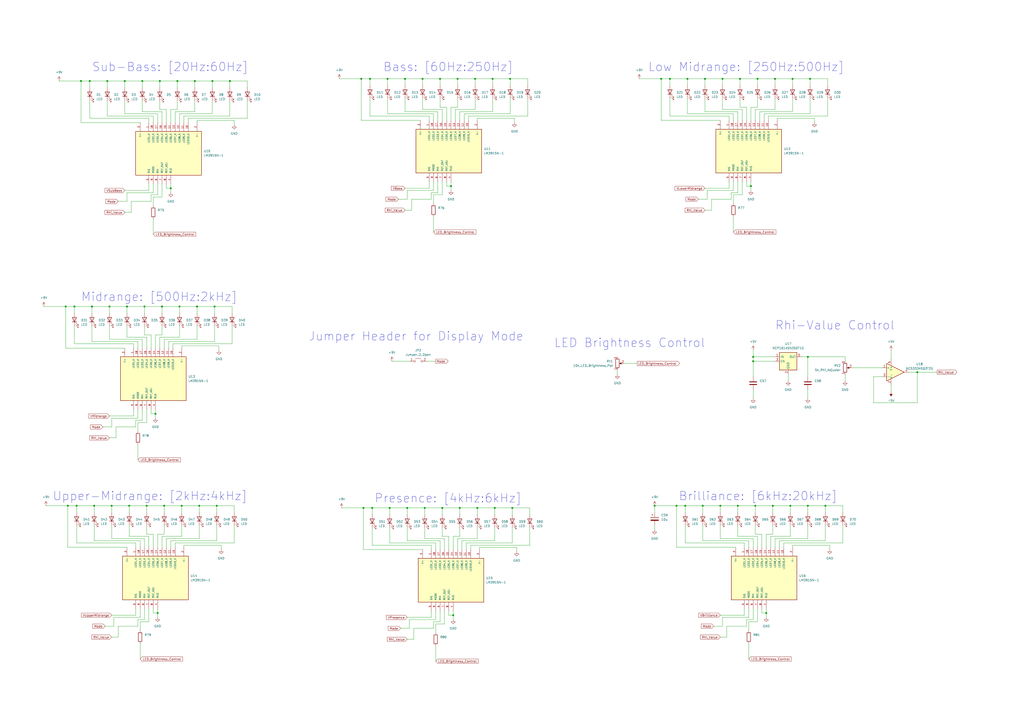
<source format=kicad_sch>
(kicad_sch (version 20211123) (generator eeschema)
  (paper "A2")
  (junction (at 124.46 177.8))
  (junction (at 407.67 293.37))
  (junction (at 469.9 45.72))
  (junction (at 245.11 45.72))
  (junction (at 459.74 45.72))
  (junction (at 419.1 45.72))
  (junction (at 64.77 293.37))
  (junction (at 436.88 209.55))
  (junction (at 448.31 293.37))
  (junction (at 72.39 46.99))
  (junction (at 95.25 293.37))
  (junction (at 295.91 45.72))
  (junction (at 436.88 207.01))
  (junction (at 74.93 293.37))
  (junction (at 297.18 294.64))
  (junction (at 444.5 355.6))
  (junction (at 52.07 46.99))
  (junction (at 215.9 294.64))
  (junction (at 46.99 46.99))
  (junction (at 427.99 293.37))
  (junction (at 234.95 45.72))
  (junction (at 265.43 45.72))
  (junction (at 398.78 45.72))
  (junction (at 438.15 293.37))
  (junction (at 468.63 293.37))
  (junction (at 226.06 294.64))
  (junction (at 209.55 45.72))
  (junction (at 439.42 45.72))
  (junction (at 85.09 293.37))
  (junction (at 388.62 45.72))
  (junction (at 276.86 294.64))
  (junction (at 417.83 293.37))
  (junction (at 83.82 177.8))
  (junction (at 449.58 45.72))
  (junction (at 246.38 294.64))
  (junction (at 43.18 177.8))
  (junction (at 383.54 45.72))
  (junction (at 44.45 293.37))
  (junction (at 379.73 293.37))
  (junction (at 73.66 177.8))
  (junction (at 255.27 45.72))
  (junction (at 92.71 46.99))
  (junction (at 224.79 45.72))
  (junction (at 53.34 177.8))
  (junction (at 63.5 177.8))
  (junction (at 275.59 45.72))
  (junction (at 91.44 355.6))
  (junction (at 266.7 294.64))
  (junction (at 133.35 46.99))
  (junction (at 82.55 46.99))
  (junction (at 408.94 45.72))
  (junction (at 54.61 293.37))
  (junction (at 392.43 293.37))
  (junction (at 210.82 294.64))
  (junction (at 102.87 46.99))
  (junction (at 113.03 46.99))
  (junction (at 458.47 293.37))
  (junction (at 114.3 177.8))
  (junction (at 104.14 177.8))
  (junction (at 285.75 45.72))
  (junction (at 125.73 293.37))
  (junction (at 115.57 293.37))
  (junction (at 287.02 294.64))
  (junction (at 468.63 207.01))
  (junction (at 261.62 107.95))
  (junction (at 90.17 240.03))
  (junction (at 429.26 45.72))
  (junction (at 435.61 107.95))
  (junction (at 478.79 293.37))
  (junction (at 262.89 356.87))
  (junction (at 105.41 293.37))
  (junction (at 532.13 215.9))
  (junction (at 256.54 294.64))
  (junction (at 397.51 293.37))
  (junction (at 62.23 46.99))
  (junction (at 93.98 177.8))
  (junction (at 123.19 46.99))
  (junction (at 214.63 45.72))
  (junction (at 236.22 294.64))
  (junction (at 99.06 109.22))
  (junction (at 38.1 177.8))
  (junction (at 39.37 293.37))
  (wire (pts (xy 468.63 293.37) (xy 468.63 297.18)))
  (wire (pts (xy 248.92 105.41) (xy 248.92 109.22)))
  (wire (pts (xy 408.94 64.77) (xy 427.99 64.77)))
  (wire (pts (xy 256.54 311.15) (xy 260.35 311.15)))
  (wire (pts (xy 215.9 316.23) (xy 250.19 316.23)))
  (wire (pts (xy 99.06 313.69) (xy 99.06 317.5)))
  (wire (pts (xy 438.15 309.88) (xy 441.96 309.88)))
  (wire (pts (xy 285.75 45.72) (xy 285.75 49.53)))
  (wire (pts (xy 276.86 312.42) (xy 265.43 312.42)))
  (wire (pts (xy 254 105.41) (xy 254 111.76)))
  (wire (pts (xy 285.75 64.77) (xy 266.7 64.77)))
  (wire (pts (xy 265.43 62.23) (xy 261.62 62.23)))
  (wire (pts (xy 135.89 304.8) (xy 135.89 314.96)))
  (wire (pts (xy 449.58 57.15) (xy 449.58 63.5)))
  (wire (pts (xy 417.83 69.85) (xy 383.54 69.85)))
  (wire (pts (xy 72.39 66.04) (xy 91.44 66.04)))
  (wire (pts (xy 80.01 363.22) (xy 68.58 363.22)))
  (wire (pts (xy 74.93 293.37) (xy 85.09 293.37)))
  (wire (pts (xy 243.84 69.85) (xy 209.55 69.85)))
  (wire (pts (xy 104.14 195.58) (xy 92.71 195.58)))
  (wire (pts (xy 63.5 189.23) (xy 63.5 196.85)))
  (wire (pts (xy 444.5 355.6) (xy 444.5 358.14)))
  (wire (pts (xy 383.54 45.72) (xy 388.62 45.72)))
  (wire (pts (xy 43.18 177.8) (xy 53.34 177.8)))
  (wire (pts (xy 257.81 354.33) (xy 257.81 361.95)))
  (wire (pts (xy 506.73 233.68) (xy 506.73 218.44)))
  (wire (pts (xy 78.74 247.65) (xy 78.74 243.84)))
  (wire (pts (xy 516.89 223.52) (xy 516.89 227.33)))
  (wire (pts (xy 81.28 313.69) (xy 81.28 317.5)))
  (wire (pts (xy 276.86 68.58) (xy 298.45 68.58)))
  (wire (pts (xy 450.85 69.85) (xy 450.85 68.58)))
  (wire (pts (xy 105.41 304.8) (xy 105.41 311.15)))
  (wire (pts (xy 255.27 313.69) (xy 255.27 318.77)))
  (wire (pts (xy 388.62 57.15) (xy 388.62 67.31)))
  (wire (pts (xy 262.89 311.15) (xy 262.89 318.77)))
  (wire (pts (xy 80.01 359.41) (xy 83.82 359.41)))
  (wire (pts (xy 441.96 355.6) (xy 444.5 355.6)))
  (wire (pts (xy 488.95 314.96) (xy 454.66 314.96)))
  (wire (pts (xy 478.79 304.8) (xy 478.79 313.69)))
  (wire (pts (xy 439.42 57.15) (xy 439.42 62.23)))
  (wire (pts (xy 252.73 361.95) (xy 252.73 367.03)))
  (wire (pts (xy 468.63 304.8) (xy 468.63 312.42)))
  (wire (pts (xy 448.31 293.37) (xy 458.47 293.37)))
  (wire (pts (xy 90.17 194.31) (xy 90.17 201.93)))
  (wire (pts (xy 452.12 313.69) (xy 452.12 317.5)))
  (wire (pts (xy 275.59 45.72) (xy 285.75 45.72)))
  (wire (pts (xy 104.14 189.23) (xy 104.14 195.58)))
  (wire (pts (xy 449.58 207.01) (xy 436.88 207.01)))
  (wire (pts (xy 434.34 353.06) (xy 434.34 358.14)))
  (wire (pts (xy 64.77 304.8) (xy 64.77 312.42)))
  (wire (pts (xy 434.34 360.68) (xy 434.34 365.76)))
  (wire (pts (xy 275.59 57.15) (xy 275.59 63.5)))
  (wire (pts (xy 532.13 215.9) (xy 543.56 215.9)))
  (wire (pts (xy 287.02 294.64) (xy 297.18 294.64)))
  (wire (pts (xy 458.47 311.15) (xy 447.04 311.15)))
  (wire (pts (xy 436.88 353.06) (xy 436.88 359.41)))
  (wire (pts (xy 425.45 125.73) (xy 425.45 134.62)))
  (wire (pts (xy 299.72 317.5) (xy 299.72 320.04)))
  (wire (pts (xy 488.95 293.37) (xy 488.95 297.18)))
  (wire (pts (xy 91.44 106.68) (xy 91.44 113.03)))
  (wire (pts (xy 240.03 364.49) (xy 240.03 370.84)))
  (wire (pts (xy 53.34 198.12) (xy 80.01 198.12)))
  (wire (pts (xy 62.23 46.99) (xy 62.23 50.8)))
  (wire (pts (xy 128.27 316.23) (xy 128.27 318.77)))
  (wire (pts (xy 115.57 304.8) (xy 115.57 312.42)))
  (wire (pts (xy 532.13 215.9) (xy 532.13 233.68)))
  (wire (pts (xy 424.18 111.76) (xy 427.99 111.76)))
  (wire (pts (xy 86.36 311.15) (xy 86.36 317.5)))
  (wire (pts (xy 81.28 353.06) (xy 81.28 358.14)))
  (wire (pts (xy 469.9 45.72) (xy 469.9 49.53)))
  (wire (pts (xy 407.67 313.69) (xy 434.34 313.69)))
  (wire (pts (xy 276.86 294.64) (xy 276.86 298.45)))
  (wire (pts (xy 77.47 237.49) (xy 77.47 241.3)))
  (wire (pts (xy 214.63 57.15) (xy 214.63 67.31)))
  (wire (pts (xy 478.79 293.37) (xy 488.95 293.37)))
  (wire (pts (xy 435.61 62.23) (xy 435.61 69.85)))
  (wire (pts (xy 123.19 46.99) (xy 133.35 46.99)))
  (wire (pts (xy 123.19 46.99) (xy 123.19 50.8)))
  (wire (pts (xy 295.91 45.72) (xy 295.91 49.53)))
  (wire (pts (xy 78.74 353.06) (xy 78.74 356.87)))
  (wire (pts (xy 419.1 63.5) (xy 430.53 63.5)))
  (wire (pts (xy 95.25 293.37) (xy 95.25 297.18)))
  (wire (pts (xy 102.87 63.5) (xy 99.06 63.5)))
  (wire (pts (xy 82.55 64.77) (xy 93.98 64.77)))
  (wire (pts (xy 434.34 313.69) (xy 434.34 317.5)))
  (wire (pts (xy 82.55 237.49) (xy 82.55 243.84)))
  (wire (pts (xy 419.1 45.72) (xy 419.1 49.53)))
  (wire (pts (xy 434.34 373.38) (xy 434.34 382.27)))
  (wire (pts (xy 66.04 358.14) (xy 81.28 358.14)))
  (wire (pts (xy 93.98 64.77) (xy 93.98 71.12)))
  (wire (pts (xy 457.2 217.17) (xy 457.2 220.98)))
  (wire (pts (xy 73.66 116.84) (xy 73.66 111.76)))
  (wire (pts (xy 214.63 45.72) (xy 224.79 45.72)))
  (wire (pts (xy 114.3 177.8) (xy 114.3 181.61)))
  (wire (pts (xy 408.94 45.72) (xy 419.1 45.72)))
  (wire (pts (xy 297.18 306.07) (xy 297.18 314.96)))
  (wire (pts (xy 124.46 177.8) (xy 134.62 177.8)))
  (wire (pts (xy 44.45 293.37) (xy 54.61 293.37)))
  (wire (pts (xy 275.59 63.5) (xy 264.16 63.5)))
  (wire (pts (xy 379.73 293.37) (xy 379.73 297.18)))
  (wire (pts (xy 449.58 45.72) (xy 459.74 45.72)))
  (wire (pts (xy 62.23 58.42) (xy 62.23 67.31)))
  (wire (pts (xy 226.06 314.96) (xy 252.73 314.96)))
  (wire (pts (xy 73.66 177.8) (xy 83.82 177.8)))
  (wire (pts (xy 433.07 62.23) (xy 433.07 69.85)))
  (wire (pts (xy 52.07 46.99) (xy 52.07 50.8)))
  (wire (pts (xy 261.62 105.41) (xy 261.62 107.95)))
  (wire (pts (xy 102.87 46.99) (xy 102.87 50.8)))
  (wire (pts (xy 236.22 294.64) (xy 246.38 294.64)))
  (wire (pts (xy 285.75 45.72) (xy 295.91 45.72)))
  (wire (pts (xy 83.82 177.8) (xy 93.98 177.8)))
  (wire (pts (xy 105.41 293.37) (xy 105.41 297.18)))
  (wire (pts (xy 454.66 314.96) (xy 454.66 317.5)))
  (wire (pts (xy 226.06 294.64) (xy 226.06 298.45)))
  (wire (pts (xy 424.18 115.57) (xy 424.18 111.76)))
  (wire (pts (xy 255.27 62.23) (xy 259.08 62.23)))
  (wire (pts (xy 73.66 317.5) (xy 39.37 317.5)))
  (wire (pts (xy 90.17 240.03) (xy 90.17 242.57)))
  (wire (pts (xy 251.46 364.49) (xy 251.46 360.68)))
  (wire (pts (xy 250.19 115.57) (xy 238.76 115.57)))
  (wire (pts (xy 425.45 66.04) (xy 425.45 69.85)))
  (wire (pts (xy 419.1 45.72) (xy 429.26 45.72)))
  (wire (pts (xy 431.8 353.06) (xy 431.8 356.87)))
  (wire (pts (xy 91.44 66.04) (xy 91.44 71.12)))
  (wire (pts (xy 97.79 198.12) (xy 97.79 201.93)))
  (wire (pts (xy 248.92 67.31) (xy 248.92 69.85)))
  (wire (pts (xy 252.73 314.96) (xy 252.73 318.77)))
  (wire (pts (xy 88.9 106.68) (xy 88.9 111.76)))
  (wire (pts (xy 124.46 177.8) (xy 124.46 181.61)))
  (wire (pts (xy 251.46 360.68) (xy 255.27 360.68)))
  (wire (pts (xy 433.07 105.41) (xy 433.07 107.95)))
  (wire (pts (xy 445.77 67.31) (xy 445.77 69.85)))
  (wire (pts (xy 430.53 105.41) (xy 430.53 113.03)))
  (wire (pts (xy 86.36 360.68) (xy 81.28 360.68)))
  (wire (pts (xy 236.22 115.57) (xy 236.22 110.49)))
  (wire (pts (xy 43.18 177.8) (xy 43.18 181.61)))
  (wire (pts (xy 427.99 293.37) (xy 438.15 293.37)))
  (wire (pts (xy 269.24 66.04) (xy 269.24 69.85)))
  (wire (pts (xy 441.96 309.88) (xy 441.96 317.5)))
  (wire (pts (xy 25.4 177.8) (xy 38.1 177.8)))
  (wire (pts (xy 458.47 293.37) (xy 468.63 293.37)))
  (wire (pts (xy 256.54 306.07) (xy 256.54 311.15)))
  (wire (pts (xy 254 64.77) (xy 254 69.85)))
  (wire (pts (xy 134.62 189.23) (xy 134.62 199.39)))
  (wire (pts (xy 67.31 247.65) (xy 67.31 254)))
  (wire (pts (xy 52.07 58.42) (xy 52.07 68.58)))
  (wire (pts (xy 256.54 63.5) (xy 256.54 69.85)))
  (wire (pts (xy 306.07 45.72) (xy 306.07 49.53)))
  (wire (pts (xy 114.3 71.12) (xy 114.3 69.85)))
  (wire (pts (xy 444.5 353.06) (xy 444.5 355.6)))
  (wire (pts (xy 104.14 177.8) (xy 114.3 177.8)))
  (wire (pts (xy 133.35 67.31) (xy 106.68 67.31)))
  (wire (pts (xy 81.28 71.12) (xy 46.99 71.12)))
  (wire (pts (xy 95.25 304.8) (xy 95.25 309.88)))
  (wire (pts (xy 245.11 45.72) (xy 255.27 45.72)))
  (wire (pts (xy 78.74 314.96) (xy 78.74 317.5)))
  (wire (pts (xy 73.66 189.23) (xy 73.66 195.58)))
  (wire (pts (xy 231.14 115.57) (xy 236.22 115.57)))
  (wire (pts (xy 433.07 363.22) (xy 421.64 363.22)))
  (wire (pts (xy 234.95 121.92) (xy 238.76 121.92)))
  (wire (pts (xy 99.06 106.68) (xy 99.06 109.22)))
  (wire (pts (xy 408.94 57.15) (xy 408.94 64.77)))
  (wire (pts (xy 85.09 309.88) (xy 88.9 309.88)))
  (wire (pts (xy 480.06 57.15) (xy 480.06 67.31)))
  (wire (pts (xy 86.36 68.58) (xy 86.36 71.12)))
  (wire (pts (xy 410.21 115.57) (xy 410.21 110.49)))
  (wire (pts (xy 214.63 67.31) (xy 248.92 67.31)))
  (wire (pts (xy 260.35 354.33) (xy 260.35 356.87)))
  (wire (pts (xy 447.04 311.15) (xy 447.04 317.5)))
  (wire (pts (xy 115.57 312.42) (xy 96.52 312.42)))
  (wire (pts (xy 250.19 316.23) (xy 250.19 318.77)))
  (wire (pts (xy 92.71 195.58) (xy 92.71 201.93)))
  (wire (pts (xy 39.37 293.37) (xy 44.45 293.37)))
  (wire (pts (xy 80.01 257.81) (xy 80.01 266.7)))
  (wire (pts (xy 127 200.66) (xy 127 203.2)))
  (wire (pts (xy 91.44 309.88) (xy 91.44 317.5)))
  (wire (pts (xy 72.39 46.99) (xy 72.39 50.8)))
  (wire (pts (xy 276.86 69.85) (xy 276.86 68.58)))
  (wire (pts (xy 72.39 201.93) (xy 38.1 201.93)))
  (wire (pts (xy 236.22 110.49) (xy 251.46 110.49)))
  (wire (pts (xy 72.39 110.49) (xy 86.36 110.49)))
  (wire (pts (xy 287.02 313.69) (xy 267.97 313.69)))
  (wire (pts (xy 370.84 45.72) (xy 383.54 45.72)))
  (wire (pts (xy 266.7 311.15) (xy 262.89 311.15)))
  (wire (pts (xy 80.01 363.22) (xy 80.01 359.41)))
  (wire (pts (xy 439.42 311.15) (xy 439.42 317.5)))
  (wire (pts (xy 256.54 105.41) (xy 256.54 113.03)))
  (wire (pts (xy 87.63 237.49) (xy 87.63 240.03)))
  (wire (pts (xy 88.9 309.88) (xy 88.9 317.5)))
  (wire (pts (xy 448.31 304.8) (xy 448.31 309.88)))
  (wire (pts (xy 81.28 373.38) (xy 81.28 382.27)))
  (wire (pts (xy 210.82 294.64) (xy 210.82 318.77)))
  (wire (pts (xy 265.43 312.42) (xy 265.43 318.77)))
  (wire (pts (xy 490.22 207.01) (xy 490.22 209.55)))
  (wire (pts (xy 262.89 356.87) (xy 262.89 359.41)))
  (wire (pts (xy 449.58 209.55) (xy 436.88 209.55)))
  (wire (pts (xy 388.62 67.31) (xy 422.91 67.31)))
  (wire (pts (xy 46.99 46.99) (xy 46.99 71.12)))
  (wire (pts (xy 80.01 237.49) (xy 80.01 242.57)))
  (wire (pts (xy 93.98 177.8) (xy 93.98 181.61)))
  (wire (pts (xy 105.41 201.93) (xy 105.41 200.66)))
  (wire (pts (xy 459.74 45.72) (xy 469.9 45.72)))
  (wire (pts (xy 73.66 195.58) (xy 85.09 195.58)))
  (wire (pts (xy 532.13 233.68) (xy 506.73 233.68)))
  (wire (pts (xy 54.61 304.8) (xy 54.61 313.69)))
  (wire (pts (xy 480.06 67.31) (xy 445.77 67.31)))
  (wire (pts (xy 436.88 209.55) (xy 436.88 207.01)))
  (wire (pts (xy 96.52 312.42) (xy 96.52 317.5)))
  (wire (pts (xy 113.03 58.42) (xy 113.03 64.77)))
  (wire (pts (xy 88.9 67.31) (xy 88.9 71.12)))
  (wire (pts (xy 273.05 316.23) (xy 273.05 318.77)))
  (wire (pts (xy 196.85 45.72) (xy 209.55 45.72)))
  (wire (pts (xy 448.31 293.37) (xy 448.31 297.18)))
  (wire (pts (xy 77.47 199.39) (xy 77.47 201.93)))
  (wire (pts (xy 82.55 58.42) (xy 82.55 64.77)))
  (wire (pts (xy 472.44 68.58) (xy 472.44 71.12)))
  (wire (pts (xy 86.36 353.06) (xy 86.36 360.68)))
  (wire (pts (xy 86.36 106.68) (xy 86.36 110.49)))
  (wire (pts (xy 135.89 293.37) (xy 135.89 297.18)))
  (wire (pts (xy 260.35 356.87) (xy 262.89 356.87)))
  (wire (pts (xy 407.67 304.8) (xy 407.67 313.69)))
  (wire (pts (xy 435.61 105.41) (xy 435.61 107.95)))
  (wire (pts (xy 74.93 304.8) (xy 74.93 311.15)))
  (wire (pts (xy 247.65 209.55) (xy 252.73 209.55)))
  (wire (pts (xy 468.63 293.37) (xy 478.79 293.37)))
  (wire (pts (xy 265.43 57.15) (xy 265.43 62.23)))
  (wire (pts (xy 429.26 45.72) (xy 439.42 45.72)))
  (wire (pts (xy 85.09 304.8) (xy 85.09 309.88)))
  (wire (pts (xy 96.52 109.22) (xy 99.06 109.22)))
  (wire (pts (xy 426.72 317.5) (xy 392.43 317.5)))
  (wire (pts (xy 408.94 45.72) (xy 408.94 49.53)))
  (wire (pts (xy 436.88 226.06) (xy 436.88 231.14)))
  (wire (pts (xy 209.55 45.72) (xy 214.63 45.72)))
  (wire (pts (xy 53.34 177.8) (xy 63.5 177.8)))
  (wire (pts (xy 458.47 304.8) (xy 458.47 311.15)))
  (wire (pts (xy 251.46 125.73) (xy 251.46 134.62)))
  (wire (pts (xy 427.99 311.15) (xy 439.42 311.15)))
  (wire (pts (xy 78.74 247.65) (xy 67.31 247.65)))
  (wire (pts (xy 417.83 293.37) (xy 427.99 293.37)))
  (wire (pts (xy 468.63 207.01) (xy 490.22 207.01)))
  (wire (pts (xy 62.23 67.31) (xy 88.9 67.31)))
  (wire (pts (xy 245.11 57.15) (xy 245.11 63.5)))
  (wire (pts (xy 237.49 364.49) (xy 237.49 359.41)))
  (wire (pts (xy 83.82 312.42) (xy 83.82 317.5)))
  (wire (pts (xy 287.02 306.07) (xy 287.02 313.69)))
  (wire (pts (xy 105.41 311.15) (xy 93.98 311.15)))
  (wire (pts (xy 238.76 115.57) (xy 238.76 121.92)))
  (wire (pts (xy 251.46 105.41) (xy 251.46 110.49)))
  (wire (pts (xy 54.61 293.37) (xy 64.77 293.37)))
  (wire (pts (xy 440.69 64.77) (xy 440.69 69.85)))
  (wire (pts (xy 125.73 293.37) (xy 135.89 293.37)))
  (wire (pts (xy 106.68 317.5) (xy 106.68 316.23)))
  (wire (pts (xy 54.61 293.37) (xy 54.61 297.18)))
  (wire (pts (xy 438.15 304.8) (xy 438.15 309.88)))
  (wire (pts (xy 92.71 63.5) (xy 96.52 63.5)))
  (wire (pts (xy 53.34 189.23) (xy 53.34 198.12)))
  (wire (pts (xy 265.43 45.72) (xy 265.43 49.53)))
  (wire (pts (xy 270.51 314.96) (xy 270.51 318.77)))
  (wire (pts (xy 114.3 196.85) (xy 95.25 196.85)))
  (wire (pts (xy 379.73 293.37) (xy 392.43 293.37)))
  (wire (pts (xy 234.95 109.22) (xy 248.92 109.22)))
  (wire (pts (xy 88.9 355.6) (xy 91.44 355.6)))
  (wire (pts (xy 469.9 45.72) (xy 480.06 45.72)))
  (wire (pts (xy 63.5 241.3) (xy 77.47 241.3)))
  (wire (pts (xy 113.03 46.99) (xy 113.03 50.8)))
  (wire (pts (xy 444.5 309.88) (xy 444.5 317.5)))
  (wire (pts (xy 215.9 294.64) (xy 215.9 298.45)))
  (wire (pts (xy 443.23 66.04) (xy 443.23 69.85)))
  (wire (pts (xy 93.98 194.31) (xy 90.17 194.31)))
  (wire (pts (xy 237.49 359.41) (xy 252.73 359.41)))
  (wire (pts (xy 295.91 57.15) (xy 295.91 66.04)))
  (wire (pts (xy 267.97 313.69) (xy 267.97 318.77)))
  (wire (pts (xy 427.99 304.8) (xy 427.99 311.15)))
  (wire (pts (xy 250.19 115.57) (xy 250.19 111.76)))
  (wire (pts (xy 78.74 243.84) (xy 82.55 243.84)))
  (wire (pts (xy 234.95 64.77) (xy 254 64.77)))
  (wire (pts (xy 227.33 209.55) (xy 237.49 209.55)))
  (wire (pts (xy 419.1 358.14) (xy 434.34 358.14)))
  (wire (pts (xy 439.42 360.68) (xy 434.34 360.68)))
  (wire (pts (xy 306.07 67.31) (xy 271.78 67.31)))
  (wire (pts (xy 255.27 45.72) (xy 265.43 45.72)))
  (wire (pts (xy 236.22 370.84) (xy 240.03 370.84)))
  (wire (pts (xy 114.3 189.23) (xy 114.3 196.85)))
  (wire (pts (xy 439.42 353.06) (xy 439.42 360.68)))
  (wire (pts (xy 379.73 304.8) (xy 379.73 307.34)))
  (wire (pts (xy 441.96 353.06) (xy 441.96 355.6)))
  (wire (pts (xy 266.7 294.64) (xy 266.7 298.45)))
  (wire (pts (xy 95.25 293.37) (xy 105.41 293.37)))
  (wire (pts (xy 99.06 63.5) (xy 99.06 71.12)))
  (wire (pts (xy 295.91 66.04) (xy 269.24 66.04)))
  (wire (pts (xy 125.73 293.37) (xy 125.73 297.18)))
  (wire (pts (xy 85.09 293.37) (xy 85.09 297.18)))
  (wire (pts (xy 91.44 353.06) (xy 91.44 355.6)))
  (wire (pts (xy 44.45 293.37) (xy 44.45 297.18)))
  (wire (pts (xy 397.51 293.37) (xy 397.51 297.18)))
  (wire (pts (xy 436.88 209.55) (xy 436.88 218.44)))
  (wire (pts (xy 433.07 363.22) (xy 433.07 359.41)))
  (wire (pts (xy 234.95 45.72) (xy 245.11 45.72)))
  (wire (pts (xy 73.66 177.8) (xy 73.66 181.61)))
  (wire (pts (xy 459.74 45.72) (xy 459.74 49.53)))
  (wire (pts (xy 435.61 107.95) (xy 435.61 110.49)))
  (wire (pts (xy 82.55 196.85) (xy 82.55 201.93)))
  (wire (pts (xy 113.03 46.99) (xy 123.19 46.99)))
  (wire (pts (xy 135.89 314.96) (xy 101.6 314.96)))
  (wire (pts (xy 224.79 45.72) (xy 234.95 45.72)))
  (wire (pts (xy 143.51 58.42) (xy 143.51 68.58)))
  (wire (pts (xy 306.07 57.15) (xy 306.07 67.31)))
  (wire (pts (xy 26.67 293.37) (xy 39.37 293.37)))
  (wire (pts (xy 398.78 45.72) (xy 398.78 49.53)))
  (wire (pts (xy 52.07 68.58) (xy 86.36 68.58)))
  (wire (pts (xy 236.22 294.64) (xy 236.22 298.45)))
  (wire (pts (xy 64.77 293.37) (xy 64.77 297.18)))
  (wire (pts (xy 95.25 309.88) (xy 91.44 309.88)))
  (wire (pts (xy 143.51 46.99) (xy 143.51 50.8)))
  (wire (pts (xy 96.52 106.68) (xy 96.52 109.22)))
  (wire (pts (xy 481.33 316.23) (xy 481.33 318.77)))
  (wire (pts (xy 410.21 110.49) (xy 425.45 110.49)))
  (wire (pts (xy 287.02 294.64) (xy 287.02 298.45)))
  (wire (pts (xy 297.18 294.64) (xy 307.34 294.64)))
  (wire (pts (xy 90.17 237.49) (xy 90.17 240.03)))
  (wire (pts (xy 419.1 57.15) (xy 419.1 63.5)))
  (wire (pts (xy 431.8 314.96) (xy 431.8 317.5)))
  (wire (pts (xy 53.34 177.8) (xy 53.34 181.61)))
  (wire (pts (xy 133.35 58.42) (xy 133.35 67.31)))
  (wire (pts (xy 43.18 199.39) (xy 77.47 199.39)))
  (wire (pts (xy 245.11 45.72) (xy 245.11 49.53)))
  (wire (pts (xy 66.04 363.22) (xy 66.04 358.14)))
  (wire (pts (xy 63.5 254) (xy 67.31 254)))
  (wire (pts (xy 104.14 66.04) (xy 104.14 71.12)))
  (wire (pts (xy 429.26 62.23) (xy 433.07 62.23)))
  (wire (pts (xy 252.73 354.33) (xy 252.73 359.41)))
  (wire (pts (xy 478.79 313.69) (xy 452.12 313.69)))
  (wire (pts (xy 125.73 313.69) (xy 99.06 313.69)))
  (wire (pts (xy 109.22 68.58) (xy 109.22 71.12)))
  (wire (pts (xy 449.58 312.42) (xy 449.58 317.5)))
  (wire (pts (xy 459.74 57.15) (xy 459.74 64.77)))
  (wire (pts (xy 73.66 111.76) (xy 88.9 111.76)))
  (wire (pts (xy 417.83 369.57) (xy 421.64 369.57)))
  (wire (pts (xy 464.82 207.01) (xy 468.63 207.01)))
  (wire (pts (xy 82.55 46.99) (xy 92.71 46.99)))
  (wire (pts (xy 83.82 177.8) (xy 83.82 181.61)))
  (wire (pts (xy 408.94 109.22) (xy 422.91 109.22)))
  (wire (pts (xy 134.62 177.8) (xy 134.62 181.61)))
  (wire (pts (xy 298.45 68.58) (xy 298.45 71.12)))
  (wire (pts (xy 81.28 360.68) (xy 81.28 365.76)))
  (wire (pts (xy 278.13 318.77) (xy 278.13 317.5)))
  (wire (pts (xy 88.9 114.3) (xy 88.9 119.38)))
  (wire (pts (xy 44.45 314.96) (xy 78.74 314.96)))
  (wire (pts (xy 266.7 64.77) (xy 266.7 69.85)))
  (wire (pts (xy 113.03 64.77) (xy 101.6 64.77)))
  (wire (pts (xy 85.09 195.58) (xy 85.09 201.93)))
  (wire (pts (xy 261.62 107.95) (xy 261.62 110.49)))
  (wire (pts (xy 114.3 69.85) (xy 135.89 69.85)))
  (wire (pts (xy 271.78 67.31) (xy 271.78 69.85)))
  (wire (pts (xy 215.9 294.64) (xy 226.06 294.64)))
  (wire (pts (xy 64.77 369.57) (xy 68.58 369.57)))
  (wire (pts (xy 72.39 46.99) (xy 82.55 46.99)))
  (wire (pts (xy 87.63 116.84) (xy 87.63 113.03)))
  (wire (pts (xy 417.83 356.87) (xy 431.8 356.87)))
  (wire (pts (xy 427.99 64.77) (xy 427.99 69.85)))
  (wire (pts (xy 251.46 66.04) (xy 251.46 69.85)))
  (wire (pts (xy 422.91 105.41) (xy 422.91 109.22)))
  (wire (pts (xy 468.63 312.42) (xy 449.58 312.42)))
  (wire (pts (xy 102.87 58.42) (xy 102.87 63.5)))
  (wire (pts (xy 307.34 316.23) (xy 273.05 316.23)))
  (wire (pts (xy 424.18 115.57) (xy 412.75 115.57)))
  (wire (pts (xy 408.94 121.92) (xy 412.75 121.92)))
  (wire (pts (xy 397.51 304.8) (xy 397.51 314.96)))
  (wire (pts (xy 469.9 66.04) (xy 443.23 66.04)))
  (wire (pts (xy 95.25 196.85) (xy 95.25 201.93)))
  (wire (pts (xy 101.6 64.77) (xy 101.6 71.12)))
  (wire (pts (xy 265.43 45.72) (xy 275.59 45.72)))
  (wire (pts (xy 72.39 123.19) (xy 76.2 123.19)))
  (wire (pts (xy 87.63 240.03) (xy 90.17 240.03)))
  (wire (pts (xy 133.35 46.99) (xy 143.51 46.99)))
  (wire (pts (xy 234.95 45.72) (xy 234.95 49.53)))
  (wire (pts (xy 34.29 46.99) (xy 46.99 46.99)))
  (wire (pts (xy 64.77 293.37) (xy 74.93 293.37)))
  (wire (pts (xy 266.7 294.64) (xy 276.86 294.64)))
  (wire (pts (xy 256.54 294.64) (xy 266.7 294.64)))
  (wire (pts (xy 439.42 62.23) (xy 435.61 62.23)))
  (wire (pts (xy 115.57 293.37) (xy 115.57 297.18)))
  (wire (pts (xy 91.44 355.6) (xy 91.44 358.14)))
  (wire (pts (xy 82.55 46.99) (xy 82.55 50.8)))
  (wire (pts (xy 490.22 217.17) (xy 490.22 220.98)))
  (wire (pts (xy 124.46 198.12) (xy 97.79 198.12)))
  (wire (pts (xy 68.58 363.22) (xy 68.58 369.57)))
  (wire (pts (xy 93.98 311.15) (xy 93.98 317.5)))
  (wire (pts (xy 438.15 63.5) (xy 438.15 69.85)))
  (wire (pts (xy 54.61 313.69) (xy 81.28 313.69)))
  (wire (pts (xy 114.3 177.8) (xy 124.46 177.8)))
  (wire (pts (xy 198.12 294.64) (xy 210.82 294.64)))
  (wire (pts (xy 115.57 293.37) (xy 125.73 293.37)))
  (wire (pts (xy 44.45 304.8) (xy 44.45 314.96)))
  (wire (pts (xy 83.82 189.23) (xy 83.82 194.31)))
  (wire (pts (xy 295.91 45.72) (xy 306.07 45.72)))
  (wire (pts (xy 430.53 113.03) (xy 425.45 113.03)))
  (wire (pts (xy 80.01 245.11) (xy 80.01 250.19)))
  (wire (pts (xy 506.73 218.44) (xy 511.81 218.44)))
  (wire (pts (xy 123.19 66.04) (xy 104.14 66.04)))
  (wire (pts (xy 210.82 294.64) (xy 215.9 294.64)))
  (wire (pts (xy 214.63 45.72) (xy 214.63 49.53)))
  (wire (pts (xy 488.95 304.8) (xy 488.95 314.96)))
  (wire (pts (xy 407.67 293.37) (xy 407.67 297.18)))
  (wire (pts (xy 43.18 189.23) (xy 43.18 199.39)))
  (wire (pts (xy 93.98 177.8) (xy 104.14 177.8)))
  (wire (pts (xy 358.14 214.63) (xy 358.14 217.17)))
  (wire (pts (xy 469.9 57.15) (xy 469.9 66.04)))
  (wire (pts (xy 224.79 57.15) (xy 224.79 66.04)))
  (wire (pts (xy 266.7 306.07) (xy 266.7 311.15)))
  (wire (pts (xy 59.69 247.65) (xy 64.77 247.65)))
  (wire (pts (xy 425.45 105.41) (xy 425.45 110.49)))
  (wire (pts (xy 236.22 306.07) (xy 236.22 313.69)))
  (wire (pts (xy 478.79 293.37) (xy 478.79 297.18)))
  (wire (pts (xy 414.02 363.22) (xy 419.1 363.22)))
  (wire (pts (xy 527.05 215.9) (xy 532.13 215.9)))
  (wire (pts (xy 104.14 177.8) (xy 104.14 181.61)))
  (wire (pts (xy 262.89 354.33) (xy 262.89 356.87)))
  (wire (pts (xy 264.16 63.5) (xy 264.16 69.85)))
  (wire (pts (xy 255.27 45.72) (xy 255.27 49.53)))
  (wire (pts (xy 85.09 293.37) (xy 95.25 293.37)))
  (wire (pts (xy 250.19 354.33) (xy 250.19 358.14)))
  (wire (pts (xy 87.63 113.03) (xy 91.44 113.03)))
  (wire (pts (xy 261.62 62.23) (xy 261.62 69.85)))
  (wire (pts (xy 226.06 306.07) (xy 226.06 314.96)))
  (wire (pts (xy 255.27 354.33) (xy 255.27 360.68)))
  (wire (pts (xy 259.08 107.95) (xy 261.62 107.95)))
  (wire (pts (xy 134.62 199.39) (xy 100.33 199.39)))
  (wire (pts (xy 252.73 374.65) (xy 252.73 383.54)))
  (wire (pts (xy 83.82 194.31) (xy 87.63 194.31)))
  (wire (pts (xy 236.22 358.14) (xy 250.19 358.14)))
  (wire (pts (xy 64.77 312.42) (xy 83.82 312.42)))
  (wire (pts (xy 250.19 111.76) (xy 254 111.76)))
  (wire (pts (xy 419.1 363.22) (xy 419.1 358.14)))
  (wire (pts (xy 436.88 312.42) (xy 436.88 317.5)))
  (wire (pts (xy 433.07 359.41) (xy 436.88 359.41)))
  (wire (pts (xy 439.42 45.72) (xy 439.42 49.53)))
  (wire (pts (xy 215.9 306.07) (xy 215.9 316.23)))
  (wire (pts (xy 251.46 113.03) (xy 251.46 118.11)))
  (wire (pts (xy 93.98 114.3) (xy 88.9 114.3)))
  (wire (pts (xy 256.54 294.64) (xy 256.54 298.45)))
  (wire (pts (xy 458.47 293.37) (xy 458.47 297.18)))
  (wire (pts (xy 63.5 177.8) (xy 63.5 181.61)))
  (wire (pts (xy 275.59 45.72) (xy 275.59 49.53)))
  (wire (pts (xy 133.35 46.99) (xy 133.35 50.8)))
  (wire (pts (xy 74.93 293.37) (xy 74.93 297.18)))
  (wire (pts (xy 102.87 46.99) (xy 113.03 46.99)))
  (wire (pts (xy 259.08 105.41) (xy 259.08 107.95)))
  (wire (pts (xy 438.15 293.37) (xy 438.15 297.18)))
  (wire (pts (xy 64.77 247.65) (xy 64.77 242.57)))
  (wire (pts (xy 88.9 127) (xy 88.9 135.89)))
  (wire (pts (xy 285.75 57.15) (xy 285.75 64.77)))
  (wire (pts (xy 450.85 68.58) (xy 472.44 68.58)))
  (wire (pts (xy 64.77 356.87) (xy 78.74 356.87)))
  (wire (pts (xy 397.51 314.96) (xy 431.8 314.96)))
  (wire (pts (xy 468.63 207.01) (xy 468.63 218.44)))
  (wire (pts (xy 52.07 46.99) (xy 62.23 46.99)))
  (wire (pts (xy 397.51 293.37) (xy 407.67 293.37)))
  (wire (pts (xy 297.18 294.64) (xy 297.18 298.45)))
  (wire (pts (xy 448.31 309.88) (xy 444.5 309.88)))
  (wire (pts (xy 417.83 304.8) (xy 417.83 312.42)))
  (wire (pts (xy 92.71 58.42) (xy 92.71 63.5)))
  (wire (pts (xy 260.35 311.15) (xy 260.35 318.77)))
  (wire (pts (xy 93.98 106.68) (xy 93.98 114.3)))
  (wire (pts (xy 257.81 312.42) (xy 257.81 318.77)))
  (wire (pts (xy 93.98 189.23) (xy 93.98 194.31)))
  (wire (pts (xy 276.86 294.64) (xy 287.02 294.64)))
  (wire (pts (xy 459.74 317.5) (xy 459.74 316.23)))
  (wire (pts (xy 429.26 45.72) (xy 429.26 49.53)))
  (wire (pts (xy 88.9 353.06) (xy 88.9 355.6)))
  (wire (pts (xy 388.62 45.72) (xy 398.78 45.72)))
  (wire (pts (xy 63.5 196.85) (xy 82.55 196.85)))
  (wire (pts (xy 99.06 109.22) (xy 99.06 111.76)))
  (wire (pts (xy 297.18 314.96) (xy 270.51 314.96)))
  (wire (pts (xy 72.39 58.42) (xy 72.39 66.04)))
  (wire (pts (xy 412.75 115.57) (xy 412.75 121.92)))
  (wire (pts (xy 459.74 64.77) (xy 440.69 64.77)))
  (wire (pts (xy 105.41 293.37) (xy 115.57 293.37)))
  (wire (pts (xy 38.1 177.8) (xy 38.1 201.93)))
  (wire (pts (xy 427.99 105.41) (xy 427.99 111.76)))
  (wire (pts (xy 246.38 294.64) (xy 256.54 294.64)))
  (wire (pts (xy 245.11 318.77) (xy 210.82 318.77)))
  (wire (pts (xy 425.45 113.03) (xy 425.45 118.11)))
  (wire (pts (xy 92.71 46.99) (xy 92.71 50.8)))
  (wire (pts (xy 92.71 46.99) (xy 102.87 46.99)))
  (wire (pts (xy 257.81 361.95) (xy 252.73 361.95)))
  (wire (pts (xy 209.55 45.72) (xy 209.55 69.85)))
  (wire (pts (xy 101.6 314.96) (xy 101.6 317.5)))
  (wire (pts (xy 143.51 68.58) (xy 109.22 68.58)))
  (wire (pts (xy 68.58 116.84) (xy 73.66 116.84)))
  (wire (pts (xy 439.42 45.72) (xy 449.58 45.72)))
  (wire (pts (xy 307.34 306.07) (xy 307.34 316.23)))
  (wire (pts (xy 255.27 57.15) (xy 255.27 62.23)))
  (wire (pts (xy 226.06 294.64) (xy 236.22 294.64)))
  (wire (pts (xy 80.01 198.12) (xy 80.01 201.93)))
  (wire (pts (xy 76.2 116.84) (xy 76.2 123.19)))
  (wire (pts (xy 232.41 364.49) (xy 237.49 364.49)))
  (wire (pts (xy 383.54 45.72) (xy 383.54 69.85)))
  (wire (pts (xy 60.96 363.22) (xy 66.04 363.22)))
  (wire (pts (xy 433.07 107.95) (xy 435.61 107.95)))
  (wire (pts (xy 417.83 293.37) (xy 417.83 297.18)))
  (wire (pts (xy 516.89 203.2) (xy 516.89 208.28)))
  (wire (pts (xy 74.93 311.15) (xy 86.36 311.15)))
  (wire (pts (xy 407.67 293.37) (xy 417.83 293.37)))
  (wire (pts (xy 422.91 67.31) (xy 422.91 69.85)))
  (wire (pts (xy 259.08 62.23) (xy 259.08 69.85)))
  (wire (pts (xy 246.38 306.07) (xy 246.38 312.42)))
  (wire (pts (xy 430.53 63.5) (xy 430.53 69.85)))
  (wire (pts (xy 124.46 189.23) (xy 124.46 198.12)))
  (wire (pts (xy 307.34 294.64) (xy 307.34 298.45)))
  (wire (pts (xy 449.58 45.72) (xy 449.58 49.53)))
  (wire (pts (xy 417.83 312.42) (xy 436.88 312.42)))
  (wire (pts (xy 392.43 293.37) (xy 397.51 293.37)))
  (wire (pts (xy 123.19 58.42) (xy 123.19 66.04)))
  (wire (pts (xy 256.54 113.03) (xy 251.46 113.03)))
  (wire (pts (xy 85.09 245.11) (xy 80.01 245.11)))
  (wire (pts (xy 449.58 63.5) (xy 438.15 63.5)))
  (wire (pts (xy 494.03 213.36) (xy 511.81 213.36)))
  (wire (pts (xy 246.38 312.42) (xy 257.81 312.42)))
  (wire (pts (xy 398.78 45.72) (xy 408.94 45.72)))
  (wire (pts (xy 388.62 45.72) (xy 388.62 49.53)))
  (wire (pts (xy 398.78 66.04) (xy 425.45 66.04)))
  (wire (pts (xy 87.63 194.31) (xy 87.63 201.93)))
  (wire (pts (xy 87.63 116.84) (xy 76.2 116.84)))
  (wire (pts (xy 46.99 46.99) (xy 52.07 46.99)))
  (wire (pts (xy 246.38 294.64) (xy 246.38 298.45)))
  (wire (pts (xy 38.1 177.8) (xy 43.18 177.8)))
  (wire (pts (xy 398.78 57.15) (xy 398.78 66.04)))
  (wire (pts (xy 468.63 226.06) (xy 468.63 231.14)))
  (wire (pts (xy 105.41 200.66) (xy 127 200.66)))
  (wire (pts (xy 429.26 57.15) (xy 429.26 62.23)))
  (wire (pts (xy 106.68 67.31) (xy 106.68 71.12)))
  (wire (pts (xy 361.95 210.82) (xy 369.57 210.82)))
  (wire (pts (xy 224.79 45.72) (xy 224.79 49.53)))
  (wire (pts (xy 480.06 45.72) (xy 480.06 49.53)))
  (wire (pts (xy 125.73 304.8) (xy 125.73 313.69)))
  (wire (pts (xy 427.99 293.37) (xy 427.99 297.18)))
  (wire (pts (xy 106.68 316.23) (xy 128.27 316.23)))
  (wire (pts (xy 276.86 306.07) (xy 276.86 312.42)))
  (wire (pts (xy 39.37 293.37) (xy 39.37 317.5)))
  (wire (pts (xy 436.88 207.01) (xy 436.88 203.2)))
  (wire (pts (xy 83.82 353.06) (xy 83.82 359.41)))
  (wire (pts (xy 63.5 177.8) (xy 73.66 177.8)))
  (wire (pts (xy 438.15 293.37) (xy 448.31 293.37)))
  (wire (pts (xy 278.13 317.5) (xy 299.72 317.5)))
  (wire (pts (xy 135.89 69.85) (xy 135.89 72.39)))
  (wire (pts (xy 100.33 199.39) (xy 100.33 201.93)))
  (wire (pts (xy 85.09 237.49) (xy 85.09 245.11)))
  (wire (pts (xy 64.77 242.57) (xy 80.01 242.57)))
  (wire (pts (xy 62.23 46.99) (xy 72.39 46.99)))
  (wire (pts (xy 421.64 363.22) (xy 421.64 369.57)))
  (wire (pts (xy 459.74 316.23) (xy 481.33 316.23)))
  (wire (pts (xy 224.79 66.04) (xy 251.46 66.04)))
  (wire (pts (xy 245.11 63.5) (xy 256.54 63.5)))
  (wire (pts (xy 236.22 313.69) (xy 255.27 313.69)))
  (wire (pts (xy 405.13 115.57) (xy 410.21 115.57)))
  (wire (pts (xy 251.46 364.49) (xy 240.03 364.49)))
  (wire (pts (xy 392.43 293.37) (xy 392.43 317.5)))
  (wire (pts (xy 96.52 63.5) (xy 96.52 71.12)))
  (wire (pts (xy 234.95 57.15) (xy 234.95 64.77)))
  (text "LED Brightness Control\n" (at 321.31 201.93 0) (effects (font (size 5 5)) (justify left bottom)))
  (text "Rhi-Value Control\n" (at 449.58 191.77 0) (effects (font (size 5 5)) (justify left bottom)))
  (text "Midrange: [500Hz:2kHz]" (at 46.99 175.26 0) (effects (font (size 5 5)) (justify left bottom)))
  (text "Presence: [4kHz:6kHz]" (at 217.17 292.1 0) (effects (font (size 5 5)) (justify left bottom)))
  (text "Upper-Midrange: [2kHz:4kHz]" (at 30.48 290.83 0) (effects (font (size 5 5)) (justify left bottom)))
  (text "Sub-Bass: [20Hz:60Hz]\n" (at 53.34 41.91 0) (effects (font (size 5 5)) (justify left bottom)))
  (text "Jumper Header for Display Mode\n" (at 179.07 198.12 0) (effects (font (size 5 5)) (justify left bottom)))
  (text "Low Midrange: [250Hz:500Hz]" (at 375.92 41.91 0) (effects (font (size 5 5)) (justify left bottom)))
  (text "Bass: [60Hz:250Hz]" (at 222.25 41.91 0) (effects (font (size 5 5)) (justify left bottom)))
  (text "Brilliance: [6kHz:20kHz]" (at 393.7 290.83 0) (effects (font (size 5 5)) (justify left bottom)))
  (global_label "LED_Brightness_Control" (shape input) (at 80.01 266.7 0) (property "Intersheet References" "${INTERSHEET_REFS}" (effects hide)))
  (global_label "VLowerMidrange" (shape input) (at 408.94 109.22 180) (property "Intersheet References" "${INTERSHEET_REFS}" (effects hide)))
  (global_label "Rhi_Value" (shape input) (at 63.5 254 180) (property "Intersheet References" "${INTERSHEET_REFS}" (effects hide)))
  (global_label "Mode" (shape input) (at 231.14 115.57 180) (property "Intersheet References" "${INTERSHEET_REFS}" (effects hide)))
  (global_label "LED_Brightness_Control" (shape output) (at 369.57 210.82 0) (property "Intersheet References" "${INTERSHEET_REFS}" (effects hide)))
  (global_label "Rhi_Value" (shape input) (at 72.39 123.19 180) (property "Intersheet References" "${INTERSHEET_REFS}" (effects hide)))
  (global_label "LED_Brightness_Control" (shape input) (at 88.9 135.89 0) (property "Intersheet References" "${INTERSHEET_REFS}" (effects hide)))
  (global_label "Mode" (shape input) (at 405.13 115.57 180) (property "Intersheet References" "${INTERSHEET_REFS}" (effects hide)))
  (global_label "Mode" (shape output) (at 252.73 209.55 0) (property "Intersheet References" "${INTERSHEET_REFS}" (effects hide)))
  (global_label "Rhi_Value" (shape input) (at 234.95 121.92 180) (property "Intersheet References" "${INTERSHEET_REFS}" (effects hide)))
  (global_label "LED_Brightness_Control" (shape input) (at 252.73 383.54 0) (property "Intersheet References" "${INTERSHEET_REFS}" (effects hide)))
  (global_label "VBrilliance" (shape input) (at 417.83 356.87 180) (property "Intersheet References" "${INTERSHEET_REFS}" (effects hide)))
  (global_label "VSubBass" (shape input) (at 72.39 110.49 180) (property "Intersheet References" "${INTERSHEET_REFS}" (effects hide)))
  (global_label "LED_Brightness_Control" (shape input) (at 434.34 382.27 0) (property "Intersheet References" "${INTERSHEET_REFS}" (effects hide)))
  (global_label "Mode" (shape input) (at 60.96 363.22 180) (property "Intersheet References" "${INTERSHEET_REFS}" (effects hide)))
  (global_label "Mode" (shape input) (at 59.69 247.65 180) (property "Intersheet References" "${INTERSHEET_REFS}" (effects hide)))
  (global_label "Rhi_Value" (shape input) (at 417.83 369.57 180) (property "Intersheet References" "${INTERSHEET_REFS}" (effects hide)))
  (global_label "Mode" (shape input) (at 68.58 116.84 180) (property "Intersheet References" "${INTERSHEET_REFS}" (effects hide)))
  (global_label "VBass" (shape input) (at 234.95 109.22 180) (property "Intersheet References" "${INTERSHEET_REFS}" (effects hide)))
  (global_label "Mode" (shape input) (at 232.41 364.49 180) (property "Intersheet References" "${INTERSHEET_REFS}" (effects hide)))
  (global_label "LED_Brightness_Control" (shape input) (at 81.28 382.27 0) (property "Intersheet References" "${INTERSHEET_REFS}" (effects hide)))
  (global_label "LED_Brightness_Control" (shape input) (at 251.46 134.62 0) (property "Intersheet References" "${INTERSHEET_REFS}" (effects hide)))
  (global_label "Rhi_Value" (shape output) (at 543.56 215.9 0) (property "Intersheet References" "${INTERSHEET_REFS}" (effects hide)))
  (global_label "LED_Brightness_Control" (shape input) (at 425.45 134.62 0) (property "Intersheet References" "${INTERSHEET_REFS}" (effects hide)))
  (global_label "VUpperMidrange" (shape input) (at 64.77 356.87 180) (property "Intersheet References" "${INTERSHEET_REFS}" (effects hide)))
  (global_label "VPresence" (shape input) (at 236.22 358.14 180) (property "Intersheet References" "${INTERSHEET_REFS}" (effects hide)))
  (global_label "VMidrange" (shape input) (at 63.5 241.3 180) (property "Intersheet References" "${INTERSHEET_REFS}" (effects hide)))
  (global_label "Rhi_Value" (shape input) (at 64.77 369.57 180) (property "Intersheet References" "${INTERSHEET_REFS}" (effects hide)))
  (global_label "Rhi_Value" (shape input) (at 408.94 121.92 180) (property "Intersheet References" "${INTERSHEET_REFS}" (effects hide)))
  (global_label "Mode" (shape input) (at 414.02 363.22 180) (property "Intersheet References" "${INTERSHEET_REFS}" (effects hide)))
  (global_label "Rhi_Value" (shape input) (at 236.22 370.84 180) (property "Intersheet References" "${INTERSHEET_REFS}" (effects hide)))
  (symbol (lib_id "power:+9V") (at 34.29 46.99 0) (unit 1)
    (property "Reference" "#PWR061" (effects hide))
    (property "Value" "+9V" (at 34.29 41.91 0))
  )
  (symbol (lib_id "Device:R") (at 80.01 254 0) (unit 1)
    (property "Reference" "R78" (at 82.55 252.7299 0) (effects (justify left)))
  )
  (symbol (lib_id "Device:LED") (at 287.02 302.26 90) (unit 1)
    (property "Reference" "D58" (at 290.83 302.5774 90) (effects (justify right)))
    (property "Value" "LED" (at 290.83 305.1174 90) (effects (justify right)))
    (property "Footprint" "LED_THT:LED_D5.0mm" (effects hide))
  )
  (symbol (lib_id "Device:R") (at 88.9 123.19 0) (unit 1)
    (property "Reference" "R75" (at 91.44 121.9199 0) (effects (justify left)))
  )
  (symbol (lib_id "Device:LED") (at 214.63 53.34 90) (unit 1)
    (property "Reference" "D11" (at 218.44 53.6574 90) (effects (justify right)))
    (property "Value" "LED" (at 218.44 56.1974 90) (effects (justify right)))
    (property "Footprint" "LED_THT:LED_D5.0mm" (effects hide))
  )
  (symbol (lib_id "LM3915_LED_Driver:LM3915N-1") (at 87.63 219.71 90) (unit 1)
    (property "Reference" "U13" (at 109.22 218.4399 90) (effects (justify right)))
    (property "Value" "LM3915N-1" (at 109.22 220.9799 90) (effects (justify right)))
    (property "Footprint" "Package_DIP:DIP-18_W7.62mm_Socket" (effects hide))
    (property "PARTREV" "C" (effects hide))
    (property "MANUFACTURER" "TEXAS INSTRUMENT" (effects hide))
    (property "STANDARD" "IPC7251" (effects hide))
    (property "SNAPEDA_PACKAGE_ID" "22975" (effects hide))
  )
  (symbol (lib_id "Device:R") (at 252.73 370.84 0) (unit 1)
    (property "Reference" "R80" (at 255.27 369.5699 0) (effects (justify left)))
  )
  (symbol (lib_id "Device:R_Potentiometer") (at 358.14 210.82 0) (mirror x) (unit 1)
    (property "Reference" "RV1" (at 355.6 209.5499 0) (effects (justify right)))
    (property "Value" "10k_LED_Brightness_Pot" (at 355.6 212.0899 0) (effects (justify right)))
    (property "Footprint" "PTV09A_Pot_Vertical:PTV09" (effects hide))
    (property "Datasheet" "https://www.mouser.ca/datasheet/2/54/ptv09-777818.pdf" (effects hide))
  )
  (symbol (lib_id "power:+9V") (at 26.67 293.37 0) (unit 1)
    (property "Reference" "#PWR073" (effects hide))
    (property "Value" "+9V" (at 26.67 288.29 0))
  )
  (symbol (lib_id "power:+9V") (at 25.4 177.8 0) (unit 1)
    (property "Reference" "#PWR070" (effects hide))
    (property "Value" "+9V" (at 25.4 172.72 0))
  )
  (symbol (lib_id "power:-5V") (at 516.89 227.33 180) (unit 1)
    (property "Reference" "#PWR089" (effects hide))
    (property "Value" "-5V" (at 516.89 232.41 0))
  )
  (symbol (lib_id "Device:C") (at 436.88 222.25 0) (unit 1)
    (property "Reference" "C57" (at 440.69 220.9799 0) (effects (justify left)))
    (property "Datasheet" "https://www.mouser.ca/datasheet/2/212/1/C0603X102K4RACAUTO-2933386.pdf" (effects hide))
  )
  (symbol (lib_id "Device:LED") (at 480.06 53.34 90) (unit 1)
    (property "Reference" "D30" (at 483.87 53.6574 90) (effects (justify right)))
    (property "Value" "LED" (at 483.87 56.1974 90) (effects (justify right)))
    (property "Footprint" "LED_THT:LED_D5.0mm" (effects hide))
  )
  (symbol (lib_id "Device:LED") (at 92.71 54.61 90) (unit 1)
    (property "Reference" "D5" (at 96.52 54.9274 90) (effects (justify right)))
    (property "Value" "LED" (effects hide))
    (property "Footprint" "LED_THT:LED_D5.0mm" (effects hide))
  )
  (symbol (lib_id "Device:LED") (at 449.58 53.34 90) (unit 1)
    (property "Reference" "D27" (at 453.39 53.6574 90) (effects (justify right)))
    (property "Value" "LED" (at 453.39 56.1974 90) (effects (justify right)))
    (property "Footprint" "LED_THT:LED_D5.0mm" (effects hide))
  )
  (symbol (lib_id "Device:R_Potentiometer") (at 490.22 213.36 0) (mirror x) (unit 1)
    (property "Reference" "RV2" (at 487.68 212.0899 0) (effects (justify right)))
    (property "Value" "5k_Rhi_Adjuster" (at 487.68 214.6299 0) (effects (justify right)))
    (property "Footprint" "PTV09A_Pot_Vertical:PTV09" (effects hide))
    (property "Datasheet" "https://www.mouser.ca/datasheet/2/54/ptv09-777818.pdf" (effects hide))
  )
  (symbol (lib_id "Device:R") (at 81.28 369.57 0) (unit 1)
    (property "Reference" "R79" (at 83.82 368.2999 0) (effects (justify left)))
  )
  (symbol (lib_id "Amplifier_Operational:LMV321") (at 519.43 215.9 0) (unit 1)
    (property "Reference" "U18" (at 533.4 211.201 0))
    (property "Value" "NCS333ASQ3T2G" (at 533.4 213.741 0))
    (property "Footprint" "Package_TO_SOT_SMD:SOT-353_SC-70-5" (effects hide))
    (property "Datasheet" "https://www.mouser.ca/datasheet/2/308/1/NCS333_D-2317376.pdf" (effects hide))
  )
  (symbol (lib_id "Device:LED") (at 82.55 54.61 90) (unit 1)
    (property "Reference" "D4" (at 86.36 54.9274 90) (effects (justify right)))
    (property "Value" "LED" (at 86.36 57.4674 90) (effects (justify right)))
    (property "Footprint" "LED_THT:LED_D5.0mm" (effects hide))
  )
  (symbol (lib_id "Device:LED") (at 488.95 300.99 90) (unit 1)
    (property "Reference" "D70" (at 492.76 301.3074 90) (effects (justify right)))
    (property "Value" "LED" (at 492.76 303.8474 90) (effects (justify right)))
    (property "Footprint" "LED_THT:LED_D5.0mm" (effects hide))
  )
  (symbol (lib_id "Device:LED") (at 285.75 53.34 90) (unit 1)
    (property "Reference" "D18" (at 289.56 53.6574 90) (effects (justify right)))
    (property "Value" "LED" (at 289.56 56.1974 90) (effects (justify right)))
    (property "Footprint" "LED_THT:LED_D5.0mm" (effects hide))
  )
  (symbol (lib_id "power:GND") (at 444.5 358.14 0) (unit 1)
    (property "Reference" "#PWR080" (effects hide))
    (property "Value" "GND" (at 444.5 363.22 0))
  )
  (symbol (lib_id "Device:LED") (at 113.03 54.61 90) (unit 1)
    (property "Reference" "D7" (at 116.84 54.9274 90) (effects (justify right)))
    (property "Value" "LED" (at 116.84 57.4674 90) (effects (justify right)))
    (property "Footprint" "LED_THT:LED_D5.0mm" (effects hide))
  )
  (symbol (lib_id "Device:R") (at 434.34 369.57 0) (unit 1)
    (property "Reference" "R81" (at 436.88 368.2999 0) (effects (justify left)))
  )
  (symbol (lib_id "Device:LED") (at 123.19 54.61 90) (unit 1)
    (property "Reference" "D8" (at 127 54.9274 90) (effects (justify right)))
    (property "Value" "LED" (at 127 57.4674 90) (effects (justify right)))
    (property "Footprint" "LED_THT:LED_D5.0mm" (effects hide))
  )
  (symbol (lib_id "Device:LED") (at 74.93 300.99 90) (unit 1)
    (property "Reference" "D44" (at 78.74 301.3074 90) (effects (justify right)))
    (property "Value" "LED" (at 78.74 303.8474 90) (effects (justify right)))
    (property "Footprint" "LED_THT:LED_D5.0mm" (effects hide))
  )
  (symbol (lib_id "Device:R") (at 251.46 121.92 0) (unit 1)
    (property "Reference" "R76" (at 254 120.6499 0) (effects (justify left)))
  )
  (symbol (lib_id "power:GND") (at 127 203.2 0) (unit 1)
    (property "Reference" "#PWR072" (effects hide))
    (property "Value" "GND" (at 127 208.28 0))
  )
  (symbol (lib_id "Device:LED") (at 417.83 300.99 90) (unit 1)
    (property "Reference" "D63" (at 421.64 301.3074 90) (effects (justify right)))
    (property "Value" "LED" (at 421.64 303.8474 90) (effects (justify right)))
    (property "Footprint" "LED_THT:LED_D5.0mm" (effects hide))
  )
  (symbol (lib_id "Device:LED") (at 105.41 300.99 90) (unit 1)
    (property "Reference" "D47" (at 109.22 301.3074 90) (effects (justify right)))
    (property "Value" "LED" (at 109.22 303.8474 90) (effects (justify right)))
    (property "Footprint" "LED_THT:LED_D5.0mm" (effects hide))
  )
  (symbol (lib_id "power:GND") (at 299.72 320.04 0) (unit 1)
    (property "Reference" "#PWR078" (effects hide))
    (property "Value" "GND" (at 299.72 325.12 0))
  )
  (symbol (lib_id "Device:LED") (at 44.45 300.99 90) (unit 1)
    (property "Reference" "D41" (at 48.26 301.3074 90) (effects (justify right)))
    (property "Value" "LED" (at 48.26 303.8474 90) (effects (justify right)))
    (property "Footprint" "LED_THT:LED_D5.0mm" (effects hide))
  )
  (symbol (lib_id "Device:LED") (at 236.22 302.26 90) (unit 1)
    (property "Reference" "D53" (at 240.03 302.5774 90) (effects (justify right)))
    (property "Value" "LED" (at 240.03 305.1174 90) (effects (justify right)))
    (property "Footprint" "LED_THT:LED_D5.0mm" (effects hide))
  )
  (symbol (lib_id "power:GND") (at 99.06 111.76 0) (unit 1)
    (property "Reference" "#PWR062" (effects hide))
    (property "Value" "GND" (at 99.06 116.84 0))
  )
  (symbol (lib_id "power:+9V") (at 227.33 209.55 0) (unit 1)
    (property "Reference" "#PWR082" (effects hide))
    (property "Value" "+9V" (at 227.33 204.47 0))
  )
  (symbol (lib_id "power:GND") (at 91.44 358.14 0) (unit 1)
    (property "Reference" "#PWR074" (effects hide))
    (property "Value" "GND" (at 91.44 363.22 0))
  )
  (symbol (lib_id "power:GND") (at 262.89 359.41 0) (unit 1)
    (property "Reference" "#PWR077" (effects hide))
    (property "Value" "GND" (at 262.89 364.49 0))
  )
  (symbol (lib_id "Device:LED") (at 143.51 54.61 90) (unit 1)
    (property "Reference" "D10" (at 147.32 54.9274 90) (effects (justify right)))
    (property "Value" "LED" (at 147.32 57.4674 90) (effects (justify right)))
    (property "Footprint" "LED_THT:LED_D5.0mm" (effects hide))
  )
  (symbol (lib_id "power:GND") (at 261.62 110.49 0) (unit 1)
    (property "Reference" "#PWR065" (effects hide))
    (property "Value" "GND" (at 261.62 115.57 0))
  )
  (symbol (lib_id "power:GND") (at 358.14 217.17 0) (unit 1)
    (property "Reference" "#PWR084" (effects hide))
    (property "Value" "GND" (at 358.14 222.25 0))
  )
  (symbol (lib_id "power:GND") (at 490.22 220.98 0) (unit 1)
    (property "Reference" "#PWR087" (effects hide))
    (property "Value" "GND" (at 490.22 226.06 0))
  )
  (symbol (lib_id "Device:LED") (at 458.47 300.99 90) (unit 1)
    (property "Reference" "D67" (at 462.28 301.3074 90) (effects (justify right)))
    (property "Value" "LED" (at 462.28 303.8474 90) (effects (justify right)))
    (property "Footprint" "LED_THT:LED_D5.0mm" (effects hide))
  )
  (symbol (lib_id "Device:LED") (at 398.78 53.34 90) (unit 1)
    (property "Reference" "D22" (at 402.59 53.6574 90) (effects (justify right)))
    (property "Value" "LED" (at 402.59 56.1974 90) (effects (justify right)))
    (property "Footprint" "LED_THT:LED_D5.0mm" (effects hide))
  )
  (symbol (lib_id "Device:LED") (at 93.98 185.42 90) (unit 1)
    (property "Reference" "D36" (at 97.79 185.7374 90) (effects (justify right)))
    (property "Value" "LED" (at 97.79 188.2774 90) (effects (justify right)))
    (property "Footprint" "LED_THT:LED_D5.0mm" (effects hide))
  )
  (symbol (lib_id "power:+5V") (at 516.89 203.2 0) (mirror y) (unit 1)
    (property "Reference" "#PWR088" (effects hide))
    (property "Value" "+5V" (at 516.89 198.12 0))
  )
  (symbol (lib_id "LM3915_LED_Driver:LM3915N-1") (at 433.07 87.63 90) (unit 1)
    (property "Reference" "U12" (at 454.66 86.3599 90) (effects (justify right)))
    (property "Value" "LM3915N-1" (at 454.66 88.8999 90) (effects (justify right)))
    (property "Footprint" "Package_DIP:DIP-18_W7.62mm_Socket" (effects hide))
    (property "PARTREV" "C" (effects hide))
    (property "MANUFACTURER" "TEXAS INSTRUMENT" (effects hide))
    (property "STANDARD" "IPC7251" (effects hide))
    (property "SNAPEDA_PACKAGE_ID" "22975" (effects hide))
  )
  (symbol (lib_id "Device:LED") (at 265.43 53.34 90) (unit 1)
    (property "Reference" "D16" (at 269.24 53.6574 90) (effects (justify right)))
    (property "Value" "LED" (at 269.24 56.1974 90) (effects (justify right)))
    (property "Footprint" "LED_THT:LED_D5.0mm" (effects hide))
  )
  (symbol (lib_id "Device:LED") (at 407.67 300.99 90) (unit 1)
    (property "Reference" "D62" (at 411.48 301.3074 90) (effects (justify right)))
    (property "Value" "LED" (at 411.48 303.8474 90) (effects (justify right)))
    (property "Footprint" "LED_THT:LED_D5.0mm" (effects hide))
  )
  (symbol (lib_id "Device:LED") (at 255.27 53.34 90) (unit 1)
    (property "Reference" "D15" (at 259.08 53.6574 90) (effects (justify right)))
    (property "Value" "LED" (effects hide))
    (property "Footprint" "LED_THT:LED_D5.0mm" (effects hide))
  )
  (symbol (lib_id "Device:LED") (at 224.79 53.34 90) (unit 1)
    (property "Reference" "D12" (at 228.6 53.6574 90) (effects (justify right)))
    (property "Value" "LED" (at 228.6 56.1974 90) (effects (justify right)))
    (property "Footprint" "LED_THT:LED_D5.0mm" (effects hide))
  )
  (symbol (lib_id "Device:C") (at 468.63 222.25 0) (unit 1)
    (property "Reference" "C58" (at 472.44 220.9799 0) (effects (justify left)))
    (property "Datasheet" "https://www.mouser.ca/datasheet/2/212/1/C0603X102K4RACAUTO-2933386.pdf" (effects hide))
  )
  (symbol (lib_id "power:+9V") (at 196.85 45.72 0) (unit 1)
    (property "Reference" "#PWR064" (effects hide))
    (property "Value" "+9V" (at 196.85 40.64 0))
  )
  (symbol (lib_id "LM3915_LED_Driver:LM3915N-1") (at 88.9 335.28 90) (unit 1)
    (property "Reference" "U14" (at 110.49 334.0099 90) (effects (justify right)))
    (property "Value" "LM3915N-1" (at 110.49 336.5499 90) (effects (justify right)))
    (property "Footprint" "Package_DIP:DIP-18_W7.62mm_Socket" (effects hide))
    (property "PARTREV" "C" (effects hide))
    (property "MANUFACTURER" "TEXAS INSTRUMENT" (effects hide))
    (property "STANDARD" "IPC7251" (effects hide))
    (property "SNAPEDA_PACKAGE_ID" "22975" (effects hide))
  )
  (symbol (lib_id "Device:R") (at 425.45 121.92 0) (unit 1)
    (property "Reference" "R77" (at 427.99 120.6499 0) (effects (justify left)))
  )
  (symbol (lib_id "Device:LED") (at 234.95 53.34 90) (unit 1)
    (property "Reference" "D13" (at 238.76 53.6574 90) (effects (justify right)))
    (property "Value" "LED" (at 238.76 56.1974 90) (effects (justify right)))
    (property "Footprint" "LED_THT:LED_D5.0mm" (effects hide))
  )
  (symbol (lib_id "Device:LED") (at 135.89 300.99 90) (unit 1)
    (property "Reference" "D50" (at 139.7 301.3074 90) (effects (justify right)))
    (property "Value" "LED" (at 139.7 303.8474 90) (effects (justify right)))
    (property "Footprint" "LED_THT:LED_D5.0mm" (effects hide))
  )
  (symbol (lib_id "Device:LED") (at 427.99 300.99 90) (unit 1)
    (property "Reference" "D64" (at 431.8 301.3074 90) (effects (justify right)))
    (property "Value" "LED" (at 431.8 303.8474 90) (effects (justify right)))
    (property "Footprint" "LED_THT:LED_D5.0mm" (effects hide))
  )
  (symbol (lib_id "power:GND") (at 457.2 220.98 0) (unit 1)
    (property "Reference" "#PWR086" (effects hide))
    (property "Value" "GND" (at 457.2 226.06 0))
  )
  (symbol (lib_id "Device:LED") (at 468.63 300.99 90) (unit 1)
    (property "Reference" "D68" (at 472.44 301.3074 90) (effects (justify right)))
    (property "Value" "LED" (at 472.44 303.8474 90) (effects (justify right)))
    (property "Footprint" "LED_THT:LED_D5.0mm" (effects hide))
  )
  (symbol (lib_id "Device:LED") (at 448.31 300.99 90) (unit 1)
    (property "Reference" "D66" (at 452.12 301.3074 90) (effects (justify right)))
    (property "Value" "LED" (at 452.12 303.8474 90) (effects (justify right)))
    (property "Footprint" "LED_THT:LED_D5.0mm" (effects hide))
  )
  (symbol (lib_id "Device:LED") (at 64.77 300.99 90) (unit 1)
    (property "Reference" "D43" (at 68.58 301.3074 90) (effects (justify right)))
    (property "Value" "LED" (at 68.58 303.8474 90) (effects (justify right)))
    (property "Footprint" "LED_THT:LED_D5.0mm" (effects hide))
  )
  (symbol (lib_id "Device:LED") (at 245.11 53.34 90) (unit 1)
    (property "Reference" "D14" (at 248.92 53.6574 90) (effects (justify right)))
    (property "Value" "LED" (at 248.92 56.1974 90) (effects (justify right)))
    (property "Footprint" "LED_THT:LED_D5.0mm" (effects hide))
  )
  (symbol (lib_id "LM3915_LED_Driver:LM3915N-1") (at 260.35 336.55 90) (unit 1)
    (property "Reference" "U15" (at 281.94 335.2799 90) (effects (justify right)))
    (property "Value" "LM3915N-1" (at 281.94 337.8199 90) (effects (justify right)))
    (property "Footprint" "Package_DIP:DIP-18_W7.62mm_Socket" (effects hide))
    (property "PARTREV" "C" (effects hide))
    (property "MANUFACTURER" "TEXAS INSTRUMENT" (effects hide))
    (property "STANDARD" "IPC7251" (effects hide))
    (property "SNAPEDA_PACKAGE_ID" "22975" (effects hide))
  )
  (symbol (lib_id "Device:LED") (at 53.34 185.42 90) (unit 1)
    (property "Reference" "D32" (at 57.15 185.7374 90) (effects (justify right)))
    (property "Value" "LED" (at 57.15 188.2774 90) (effects (justify right)))
    (property "Footprint" "LED_THT:LED_D5.0mm" (effects hide))
  )
  (symbol (lib_id "Device:LED") (at 397.51 300.99 90) (unit 1)
    (property "Reference" "D61" (at 401.32 301.3074 90) (effects (justify right)))
    (property "Value" "LED" (at 401.32 303.8474 90) (effects (justify right)))
    (property "Footprint" "LED_THT:LED_D5.0mm" (effects hide))
  )
  (symbol (lib_id "Device:LED") (at 72.39 54.61 90) (unit 1)
    (property "Reference" "D3" (at 76.2 54.9274 90) (effects (justify right)))
    (property "Value" "LED" (at 76.2 57.4674 90) (effects (justify right)))
    (property "Footprint" "LED_THT:LED_D5.0mm" (effects hide))
  )
  (symbol (lib_id "power:GND") (at 128.27 318.77 0) (unit 1)
    (property "Reference" "#PWR075" (effects hide))
    (property "Value" "GND" (at 128.27 323.85 0))
  )
  (symbol (lib_id "Device:LED") (at 62.23 54.61 90) (unit 1)
    (property "Reference" "D2" (at 66.04 54.9274 90) (effects (justify right)))
    (property "Value" "LED" (at 66.04 57.4674 90) (effects (justify right)))
    (property "Footprint" "LED_THT:LED_D5.0mm" (effects hide))
  )
  (symbol (lib_id "power:GND") (at 472.44 71.12 0) (unit 1)
    (property "Reference" "#PWR069" (effects hide))
    (property "Value" "GND" (at 472.44 76.2 0))
  )
  (symbol (lib_id "Device:LED") (at 63.5 185.42 90) (unit 1)
    (property "Reference" "D33" (at 67.31 185.7374 90) (effects (justify right)))
    (property "Value" "LED" (at 67.31 188.2774 90) (effects (justify right)))
    (property "Footprint" "LED_THT:LED_D5.0mm" (effects hide))
  )
  (symbol (lib_id "Device:LED") (at 215.9 302.26 90) (unit 1)
    (property "Reference" "D51" (at 219.71 302.5774 90) (effects (justify right)))
    (property "Value" "LED" (at 219.71 305.1174 90) (effects (justify right)))
    (property "Footprint" "LED_THT:LED_D5.0mm" (effects hide))
  )
  (symbol (lib_id "Device:LED") (at 134.62 185.42 90) (unit 1)
    (property "Reference" "D40" (at 138.43 185.7374 90) (effects (justify right)))
    (property "Value" "LED" (at 138.43 188.2774 90) (effects (justify right)))
    (property "Footprint" "LED_THT:LED_D5.0mm" (effects hide))
  )
  (symbol (lib_id "Device:LED") (at 115.57 300.99 90) (unit 1)
    (property "Reference" "D48" (at 119.38 301.3074 90) (effects (justify right)))
    (property "Value" "LED" (at 119.38 303.8474 90) (effects (justify right)))
    (property "Footprint" "LED_THT:LED_D5.0mm" (effects hide))
  )
  (symbol (lib_id "Device:LED") (at 388.62 53.34 90) (unit 1)
    (property "Reference" "D21" (at 392.43 53.6574 90) (effects (justify right)))
    (property "Value" "LED" (at 392.43 56.1974 90) (effects (justify right)))
    (property "Footprint" "LED_THT:LED_D5.0mm" (effects hide))
  )
  (symbol (lib_id "Device:LED") (at 478.79 300.99 90) (unit 1)
    (property "Reference" "D69" (at 482.6 301.3074 90) (effects (justify right)))
    (property "Value" "LED" (at 482.6 303.8474 90) (effects (justify right)))
    (property "Footprint" "LED_THT:LED_D5.0mm" (effects hide))
  )
  (symbol (lib_id "Device:LED") (at 246.38 302.26 90) (unit 1)
    (property "Reference" "D54" (at 250.19 302.5774 90) (effects (justify right)))
    (property "Value" "LED" (at 250.19 305.1174 90) (effects (justify right)))
    (property "Footprint" "LED_THT:LED_D5.0mm" (effects hide))
  )
  (symbol (lib_id "Device:LED") (at 83.82 185.42 90) (unit 1)
    (property "Reference" "D35" (at 87.63 185.7374 90) (effects (justify right)))
    (property "Value" "LED" (effects hide))
    (property "Footprint" "LED_THT:LED_D5.0mm" (effects hide))
  )
  (symbol (lib_id "power:GND") (at 135.89 72.39 0) (unit 1)
    (property "Reference" "#PWR063" (effects hide))
    (property "Value" "GND" (at 135.89 77.47 0))
  )
  (symbol (lib_id "Device:LED") (at 125.73 300.99 90) (unit 1)
    (property "Reference" "D49" (at 129.54 301.3074 90) (effects (justify right)))
    (property "Value" "LED" (at 129.54 303.8474 90) (effects (justify right)))
    (property "Footprint" "LED_THT:LED_D5.0mm" (effects hide))
  )
  (symbol (lib_id "power:+9V") (at 379.73 293.37 0) (unit 1)
    (property "Reference" "#PWR079" (effects hide))
    (property "Value" "+9V" (at 379.73 288.29 0))
  )
  (symbol (lib_id "Device:LED") (at 297.18 302.26 90) (unit 1)
    (property "Reference" "D59" (at 300.99 302.5774 90) (effects (justify right)))
    (property "Value" "LED" (at 300.99 305.1174 90) (effects (justify right)))
    (property "Footprint" "LED_THT:LED_D5.0mm" (effects hide))
  )
  (symbol (lib_id "Device:LED") (at 307.34 302.26 90) (unit 1)
    (property "Reference" "D60" (at 311.15 302.5774 90) (effects (justify right)))
    (property "Value" "LED" (at 311.15 305.1174 90) (effects (justify right)))
    (property "Footprint" "LED_THT:LED_D5.0mm" (effects hide))
  )
  (symbol (lib_id "Device:LED") (at 95.25 300.99 90) (unit 1)
    (property "Reference" "D46" (at 99.06 301.3074 90) (effects (justify right)))
    (property "Value" "LED" (at 99.06 303.8474 90) (effects (justify right)))
    (property "Footprint" "LED_THT:LED_D5.0mm" (effects hide))
  )
  (symbol (lib_id "Device:LED") (at 102.87 54.61 90) (unit 1)
    (property "Reference" "D6" (at 106.68 54.9274 90) (effects (justify right)))
    (property "Value" "LED" (at 106.68 57.4674 90) (effects (justify right)))
    (property "Footprint" "LED_THT:LED_D5.0mm" (effects hide))
  )
  (symbol (lib_id "Device:LED") (at 226.06 302.26 90) (unit 1)
    (property "Reference" "D52" (at 229.87 302.5774 90) (effects (justify right)))
    (property "Value" "LED" (at 229.87 305.1174 90) (effects (justify right)))
    (property "Footprint" "LED_THT:LED_D5.0mm" (effects hide))
  )
  (symbol (lib_id "Device:LED") (at 266.7 302.26 90) (unit 1)
    (property "Reference" "D56" (at 270.51 302.5774 90) (effects (justify right)))
    (property "Value" "LED" (at 270.51 305.1174 90) (effects (justify right)))
    (property "Footprint" "LED_THT:LED_D5.0mm" (effects hide))
  )
  (symbol (lib_id "power:GND") (at 468.63 231.14 0) (unit 1)
    (property "Reference" "#PWR092" (effects hide))
    (property "Value" "GND" (at 468.63 236.22 0))
  )
  (symbol (lib_id "LM3915_LED_Driver:LM3915N-1") (at 259.08 87.63 90) (unit 1)
    (property "Reference" "U11" (at 280.67 86.3599 90) (effects (justify right)))
    (property "Value" "LM3915N-1" (at 280.67 88.8999 90) (effects (justify right)))
    (property "Footprint" "Package_DIP:DIP-18_W7.62mm_Socket" (effects hide))
    (property "PARTREV" "C" (effects hide))
    (property "MANUFACTURER" "TEXAS INSTRUMENT" (effects hide))
    (property "STANDARD" "IPC7251" (effects hide))
    (property "SNAPEDA_PACKAGE_ID" "22975" (effects hide))
  )
  (symbol (lib_id "Device:LED") (at 306.07 53.34 90) (unit 1)
    (property "Reference" "D20" (at 309.88 53.6574 90) (effects (justify right)))
    (property "Value" "LED" (at 309.88 56.1974 90) (effects (justify right)))
    (property "Footprint" "LED_THT:LED_D5.0mm" (effects hide))
  )
  (symbol (lib_id "Device:LED") (at 104.14 185.42 90) (unit 1)
    (property "Reference" "D37" (at 107.95 185.7374 90) (effects (justify right)))
    (property "Value" "LED" (at 107.95 188.2774 90) (effects (justify right)))
    (property "Footprint" "LED_THT:LED_D5.0mm" (effects hide))
  )
  (symbol (lib_id "Device:LED") (at 85.09 300.99 90) (unit 1)
    (property "Reference" "D45" (at 88.9 301.3074 90) (effects (justify right)))
    (property "Value" "LED" (effects hide))
    (property "Footprint" "LED_THT:LED_D5.0mm" (effects hide))
  )
  (symbol (lib_id "Device:LED") (at 469.9 53.34 90) (unit 1)
    (property "Reference" "D29" (at 473.71 53.6574 90) (effects (justify right)))
    (property "Value" "LED" (at 473.71 56.1974 90) (effects (justify right)))
    (property "Footprint" "LED_THT:LED_D5.0mm" (effects hide))
  )
  (symbol (lib_id "Device:LED") (at 439.42 53.34 90) (unit 1)
    (property "Reference" "D26" (at 443.23 53.6574 90) (effects (justify right)))
    (property "Value" "LED" (at 443.23 56.1974 90) (effects (justify right)))
    (property "Footprint" "LED_THT:LED_D5.0mm" (effects hide))
  )
  (symbol (lib_id "Device:LED") (at 275.59 53.34 90) (unit 1)
    (property "Reference" "D17" (at 279.4 53.6574 90) (effects (justify right)))
    (property "Value" "LED" (at 279.4 56.1974 90) (effects (justify right)))
    (property "Footprint" "LED_THT:LED_D5.0mm" (effects hide))
  )
  (symbol (lib_id "Device:LED") (at 408.94 53.34 90) (unit 1)
    (property "Reference" "D23" (at 412.75 53.6574 90) (effects (justify right)))
    (property "Value" "LED" (at 412.75 56.1974 90) (effects (justify right)))
    (property "Footprint" "LED_THT:LED_D5.0mm" (effects hide))
  )
  (symbol (lib_id "Device:LED") (at 124.46 185.42 90) (unit 1)
    (property "Reference" "D39" (at 128.27 185.7374 90) (effects (justify right)))
    (property "Value" "LED" (at 128.27 188.2774 90) (effects (justify right)))
    (property "Footprint" "LED_THT:LED_D5.0mm" (effects hide))
  )
  (symbol (lib_id "power:+5V") (at 436.88 203.2 0) (unit 1)
    (property "Reference" "#PWR085" (effects hide))
    (property "Value" "+5V" (at 436.88 198.12 0))
  )
  (symbol (lib_id "Regulator_Linear:NCP718xSN120") (at 457.2 209.55 0) (unit 1)
    (property "Reference" "U17" (at 457.2 199.39 0))
    (property "Value" "NCP161ASN350T1G" (at 457.2 201.93 0))
    (property "Footprint" "Package_TO_SOT_SMD:SOT-23-5" (effects hide))
    (property "Datasheet" "https://www.mouser.ca/datasheet/2/308/1/NCP161_D-2316989.pdf" (effects hide))
  )
  (symbol (lib_id "Device:LED") (at 295.91 53.34 90) (unit 1)
    (property "Reference" "D19" (at 299.72 53.6574 90) (effects (justify right)))
    (property "Value" "LED" (at 299.72 56.1974 90) (effects (justify right)))
    (property "Footprint" "LED_THT:LED_D5.0mm" (effects hide))
  )
  (symbol (lib_id "power:+9V") (at 370.84 45.72 0) (unit 1)
    (property "Reference" "#PWR067" (effects hide))
    (property "Value" "+9V" (at 370.84 40.64 0))
  )
  (symbol (lib_id "Device:LED") (at 438.15 300.99 90) (unit 1)
    (property "Reference" "D65" (at 441.96 301.3074 90) (effects (justify right)))
    (property "Value" "LED" (effects hide))
    (property "Footprint" "LED_THT:LED_D5.0mm" (effects hide))
  )
  (symbol (lib_id "LM3915_LED_Driver:LM3915N-1") (at 441.96 335.28 90) (unit 1)
    (property "Reference" "U16" (at 463.55 334.0099 90) (effects (justify right)))
    (property "Value" "LM3915N-1" (at 463.55 336.5499 90) (effects (justify right)))
    (property "Footprint" "Package_DIP:DIP-18_W7.62mm_Socket" (effects hide))
    (property "PARTREV" "C" (effects hide))
    (property "MANUFACTURER" "TEXAS INSTRUMENT" (effects hide))
    (property "STANDARD" "IPC7251" (effects hide))
    (property "SNAPEDA_PACKAGE_ID" "22975" (effects hide))
  )
  (symbol (lib_id "power:GND") (at 435.61 110.49 0) (unit 1)
    (property "Reference" "#PWR068" (effects hide))
    (property "Value" "GND" (at 435.61 115.57 0))
  )
  (symbol (lib_id "Device:LED") (at 256.54 302.26 90) (unit 1)
    (property "Reference" "D55" (at 260.35 302.5774 90) (effects (justify right)))
    (property "Value" "LED" (effects hide))
    (property "Footprint" "LED_THT:LED_D5.0mm" (effects hide))
  )
  (symbol (lib_id "power:GND") (at 90.17 242.57 0) (unit 1)
    (property "Reference" "#PWR071" (effects hide))
    (property "Value" "GND" (at 90.17 247.65 0))
  )
  (symbol (lib_id "Device:LED") (at 429.26 53.34 90) (unit 1)
    (property "Reference" "D25" (at 433.07 53.6574 90) (effects (justify right)))
    (property "Value" "LED" (effects hide))
    (property "Footprint" "LED_THT:LED_D5.0mm" (effects hide))
  )
  (symbol (lib_id "Device:LED") (at 133.35 54.61 90) (unit 1)
    (property "Reference" "D9" (at 137.16 54.9274 90) (effects (justify right)))
    (property "Value" "LED" (at 137.16 57.4674 90) (effects (justify right)))
    (property "Footprint" "LED_THT:LED_D5.0mm" (effects hide))
  )
  (symbol (lib_id "Jumper:Jumper_2_Open") (at 242.57 209.55 0) (unit 1)
    (property "Reference" "JP2" (at 242.57 203.2 0))
    (property "Value" "Jumper_2_Open" (at 242.57 205.74 0))
    (property "Footprint" "Connector_PinHeader_2.54mm:PinHeader_2x01_P2.54mm_Vertical" (effects hide))
    (property "Datasheet" "https://www.mouser.ca/datasheet/2/181/M20-999-1218971.pdf" (effects hide))
  )
  (symbol (lib_id "Device:C_Polarized") (at 379.73 300.99 0) (unit 1)
    (property "Reference" "C59" (at 383.54 298.8309 0) (effects (justify left)))
    (property "Value" "10u" (at 383.54 301.3709 0) (effects (justify left)))
    (property "Footprint" "Capacitor_THT:CP_Radial_D5.0mm_P2.00mm" (effects hide))
  )
  (symbol (lib_id "power:+9V") (at 198.12 294.64 0) (unit 1)
    (property "Reference" "#PWR076" (effects hide))
    (property "Value" "+9V" (at 198.12 289.56 0))
  )
  (symbol (lib_id "power:GND") (at 298.45 71.12 0) (unit 1)
    (property "Reference" "#PWR066" (effects hide))
    (property "Value" "GND" (at 298.45 76.2 0))
  )
  (symbol (lib_id "Device:LED") (at 52.07 54.61 90) (unit 1)
    (property "Reference" "D1" (at 55.88 54.9274 90) (effects (justify right)))
    (property "Value" "LED" (at 55.88 57.4674 90) (effects (justify right)))
    (property "Footprint" "LED_THT:LED_D5.0mm" (effects hide))
  )
  (symbol (lib_id "Device:LED") (at 459.74 53.34 90) (unit 1)
    (property "Reference" "D28" (at 463.55 53.6574 90) (effects (justify right)))
    (property "Value" "LED" (at 463.55 56.1974 90) (effects (justify right)))
    (property "Footprint" "LED_THT:LED_D5.0mm" (effects hide))
  )
  (symbol (lib_id "Device:LED") (at 419.1 53.34 90) (unit 1)
    (property "Reference" "D24" (at 422.91 53.6574 90) (effects (justify right)))
    (property "Value" "LED" (at 422.91 56.1974 90) (effects (justify right)))
    (property "Footprint" "LED_THT:LED_D5.0mm" (effects hide))
  )
  (symbol (lib_id "Device:LED") (at 114.3 185.42 90) (unit 1)
    (property "Reference" "D38" (at 118.11 185.7374 90) (effects (justify right)))
    (property "Value" "LED" (at 118.11 188.2774 90) (effects (justify right)))
    (property "Footprint" "LED_THT:LED_D5.0mm" (effects hide))
  )
  (symbol (lib_id "Device:LED") (at 276.86 302.26 90) (unit 1)
    (property "Reference" "D57" (at 280.67 302.5774 90) (effects (justify right)))
    (property "Value" "LED" (at 280.67 305.1174 90) (effects (justify right)))
    (property "Footprint" "LED_THT:LED_D5.0mm" (effects hide))
  )
  (symbol (lib_id "LM3915_LED_Driver:LM3915N-1") (at 96.52 88.9 90) (unit 1)
    (property "Reference" "U10" (at 118.11 87.6299 90) (effects (justify right)))
    (property "Value" "LM3915N-1" (at 118.11 90.1699 90) (effects (justify right)))
    (property "Footprint" "Package_DIP:DIP-18_W7.62mm_Socket" (effects hide))
    (property "PARTREV" "C" (effects hide))
    (property "MANUFACTURER" "TEXAS INSTRUMENT" (effects hide))
    (property "STANDARD" "IPC7251" (effects hide))
    (property "SNAPEDA_PACKAGE_ID" "22975" (effects hide))
  )
  (symbol (lib_id "Device:LED") (at 73.66 185.42 90) (unit 1)
    (property "Reference" "D34" (at 77.47 185.7374 90) (effects (justify right)))
    (property "Value" "LED" (at 77.47 188.2774 90) (effects (justify right)))
    (property "Footprint" "LED_THT:LED_D5.0mm" (effects hide))
  )
  (symbol (lib_id "power:GND") (at 379.73 307.34 0) (unit 1)
    (property "Reference" "#PWR0103" (effects hide))
    (property "Value" "GND" (at 379.73 312.42 0))
  )
  (symbol (lib_id "Device:LED") (at 54.61 300.99 90) (unit 1)
    (property "Reference" "D42" (at 58.42 301.3074 90) (effects (justify right)))
    (property "Value" "LED" (at 58.42 303.8474 90) (effects (justify right)))
    (property "Footprint" "LED_THT:LED_D5.0mm" (effects hide))
  )
  (symbol (lib_id "power:GND") (at 436.88 231.14 0) (unit 1)
    (property "Reference" "#PWR091" (effects hide))
    (property "Value" "GND" (at 436.88 236.22 0))
  )
  (symbol (lib_id "Device:LED") (at 43.18 185.42 90) (unit 1)
    (property "Reference" "D31" (at 46.99 185.7374 90) (effects (justify right)))
    (property "Value" "LED" (at 46.99 188.2774 90) (effects (justify right)))
    (property "Footprint" "LED_THT:LED_D5.0mm" (effects hide))
  )
  (symbol (lib_id "power:GND") (at 481.33 318.77 0) (unit 1)
    (property "Reference" "#PWR081" (effects hide))
    (property "Value" "GND" (at 481.33 323.85 0))
  )
)
</source>
